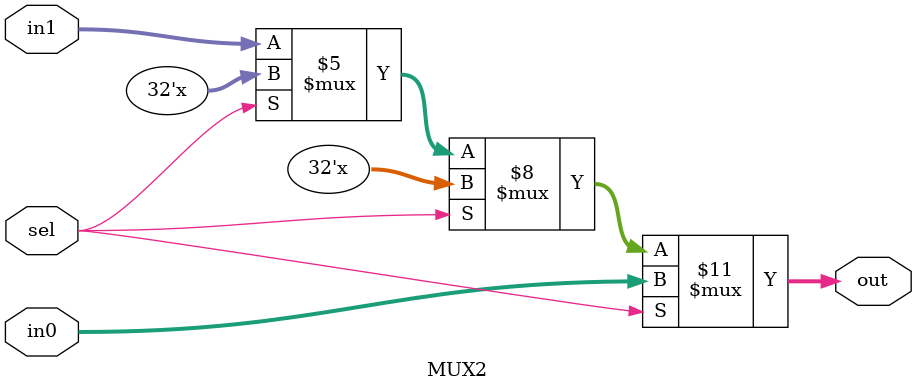
<source format=sv>
module MUX2 (
    input [31:0] in0,
    input [31:0] in1,
    input sel,
    output reg [31:0] out
);

always @(*) begin

    if( sel == 1 ) begin
        out = in0 ;
    end
    else if ( sel == 0 ) begin 
        out = in1 ; 
    end

end

endmodule
</source>
